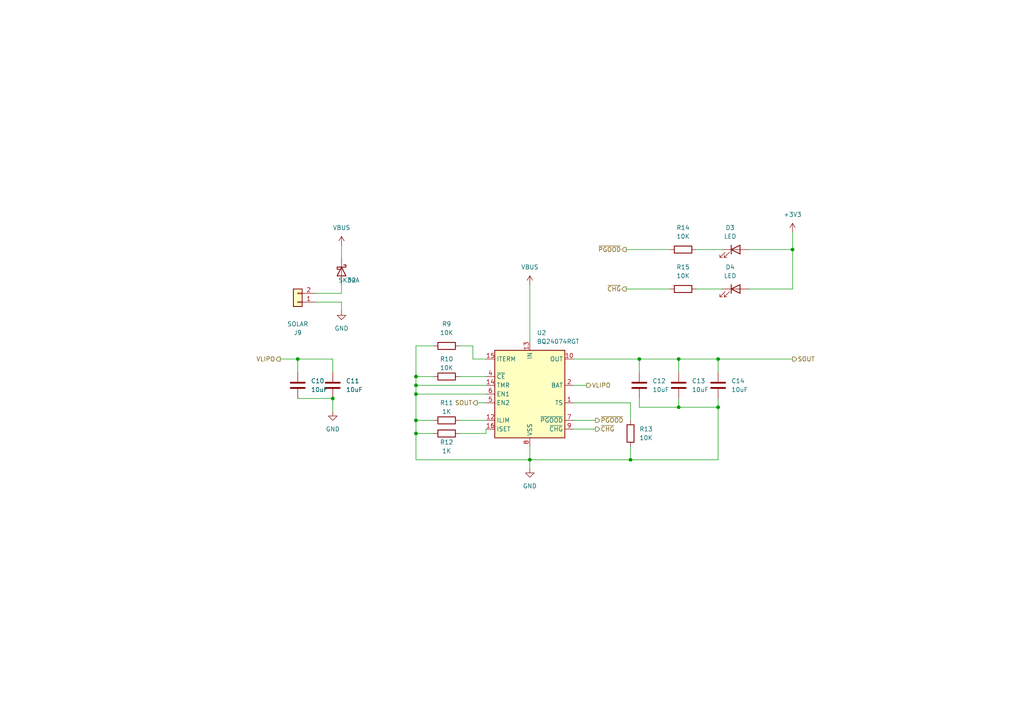
<source format=kicad_sch>
(kicad_sch (version 20211123) (generator eeschema)
  (paper "A4")
  (lib_symbols
    (symbol "Battery_Management:BQ24074RGT"
      (property "Reference" "U2" (at 2.0194 17.78 0))
      (property "Value" "BQ24074RGT" (at 2.0194 15.24 0))
      (symbol "BQ24074RGT_0_1"
        (rectangle (start -10.16 12.7) (end 10.16 -12.7) (stroke (width 0.254)) (fill (type background)))
      )
      (symbol "BQ24074RGT_1_1"
        (pin passive line (at 12.7 -2.54 180) (length 2.54) (name "TS") (number "1"))
        (pin power_out line (at 12.7 10.16 180) (length 2.54) (name "OUT") (number "10"))
        (pin passive line (at 12.7 10.16 180) (length 2.54) hide (name "OUT") (number "11"))
        (pin passive line (at -12.7 -7.62 0) (length 2.54) (name "ILIM") (number "12"))
        (pin unspecified line (at 0 15.24 270) (length 2.54) (name "IN") (number "13"))
        (pin input line (at -12.7 2.54 0) (length 2.54) (name "TMR") (number "14"))
        (pin input line (at -12.7 10.16 0) (length 2.54) (name "ITERM") (number "15"))
        (pin passive line (at -12.7 -10.16 0) (length 2.54) (name "ISET") (number "16"))
        (pin passive line (at 0 -15.24 90) (length 2.54) hide (name "VSS") (number "17"))
        (pin power_out line (at 12.7 2.54 180) (length 2.54) (name "BAT") (number "2"))
        (pin passive line (at 12.7 2.54 180) (length 2.54) hide (name "BAT") (number "3"))
        (pin input line (at -12.7 5.08 0) (length 2.54) (name "~{CE}") (number "4"))
        (pin input line (at -12.7 -2.54 0) (length 2.54) (name "EN2") (number "5"))
        (pin input line (at -12.7 0 0) (length 2.54) (name "EN1") (number "6"))
        (pin open_collector line (at 12.7 -7.62 180) (length 2.54) (name "~{PGOOD}") (number "7"))
        (pin unspecified line (at 0 -15.24 90) (length 2.54) (name "VSS") (number "8"))
        (pin open_collector line (at 12.7 -10.16 180) (length 2.54) (name "~{CHG}") (number "9"))
      )
    )
    (symbol "Connector_Generic:Conn_01x02" (pin_names (offset 1.016) hide)
      (property "Reference" "J9" (at 0 8.89 0))
      (property "Value" "SOLAR" (at 0 6.35 0))
      (symbol "Conn_01x02_1_1"
        (rectangle (start -1.27 -2.413) (end 0 -2.667) (stroke (width 0.1524)))
        (rectangle (start -1.27 0.127) (end 0 -0.127) (stroke (width 0.1524)))
        (rectangle (start -1.27 1.27) (end 1.27 -3.81) (stroke (width 0.254)) (fill (type background)))
        (pin power_out line (at -5.08 0 0) (length 3.81) (name "Pin_1") (number "1"))
        (pin passive line (at -5.08 -2.54 0) (length 3.81) (name "Pin_2") (number "2"))
      )
    )
    (symbol "Device:C" (pin_numbers hide) (pin_names (offset 0.254))
      (property "Reference" "C" (at 0.635 2.54 0))
      (property "Value" "C" (at 0.635 -2.54 0))
      (symbol "C_0_1"
        (polyline (pts (xy -2.032 -0.762) (xy 2.032 -0.762)) (stroke (width 0.508)))
        (polyline (pts (xy -2.032 0.762) (xy 2.032 0.762)) (stroke (width 0.508)))
      )
      (symbol "C_1_1"
        (pin passive line (at 0 3.81 270) (length 2.794) (name "~") (number "1"))
        (pin passive line (at 0 -3.81 90) (length 2.794) (name "~") (number "2"))
      )
    )
    (symbol "Device:LED" (pin_numbers hide) (pin_names (offset 1.016) hide)
      (property "Reference" "D" (at 0 2.54 0))
      (property "Value" "LED" (at 0 -2.54 0))
      (symbol "LED_0_1"
        (polyline (pts (xy -1.27 -1.27) (xy -1.27 1.27)) (stroke (width 0.254)))
        (polyline (pts (xy -1.27 0) (xy 1.27 0)))
        (polyline (pts (xy 1.27 -1.27) (xy 1.27 1.27) (xy -1.27 0) (xy 1.27 -1.27)) (stroke (width 0.254)))
        (polyline (pts (xy -3.048 -0.762) (xy -4.572 -2.286) (xy -3.81 -2.286) (xy -4.572 -2.286) (xy -4.572 -1.524)))
        (polyline (pts (xy -1.778 -0.762) (xy -3.302 -2.286) (xy -2.54 -2.286) (xy -3.302 -2.286) (xy -3.302 -1.524)))
      )
      (symbol "LED_1_1"
        (pin passive line (at -3.81 0 0) (length 2.54) (name "K") (number "1"))
        (pin passive line (at 3.81 0 180) (length 2.54) (name "A") (number "2"))
      )
    )
    (symbol "Device:R" (pin_numbers hide) (pin_names (offset 0))
      (property "Reference" "R" (at 2.032 0 90))
      (property "Value" "R" (at 0 0 90))
      (symbol "R_0_1"
        (rectangle (start -1.016 -2.54) (end 1.016 2.54) (stroke (width 0.254)))
      )
      (symbol "R_1_1"
        (pin passive line (at 0 3.81 270) (length 1.27) (name "~") (number "1"))
        (pin passive line (at 0 -3.81 90) (length 1.27) (name "~") (number "2"))
      )
    )
    (symbol "Diode:B120-E3" (pin_numbers hide) (pin_names hide)
      (property "Reference" "D2" (at 2.54 1.5876 90))
      (property "Value" "SK34A" (at 2.54 -0.9524 90))
      (symbol "B120-E3_0_1"
        (polyline (pts (xy 1.27 0) (xy -1.27 0)))
        (polyline (pts (xy 1.27 1.27) (xy 1.27 -1.27) (xy -1.27 0) (xy 1.27 1.27)) (stroke (width 0.254)))
        (polyline (pts (xy -1.905 0.635) (xy -1.905 1.27) (xy -1.27 1.27) (xy -1.27 -1.27) (xy -0.635 -1.27) (xy -0.635 -0.635)) (stroke (width 0.254)))
      )
      (symbol "B120-E3_1_1"
        (pin power_out line (at -3.81 0 0) (length 2.54) (name "K") (number "1"))
        (pin passive line (at 3.81 0 180) (length 2.54) (name "A") (number "2"))
      )
    )
    (symbol "power:+3.3V" (power) (pin_names (offset 0))
      (property "Value" "+3.3V" (at 0 3.556 0))
      (symbol "+3.3V_0_1"
        (polyline (pts (xy -0.762 1.27) (xy 0 2.54)))
        (polyline (pts (xy 0 0) (xy 0 2.54)))
        (polyline (pts (xy 0 2.54) (xy 0.762 1.27)))
      )
      (symbol "+3.3V_1_1"
        (pin power_in line (at 0 0 90) (length 0) hide (name "+3V3") (number "1"))
      )
    )
    (symbol "power:GND" (power) (pin_names (offset 0))
      (property "Value" "GND" (at 0 -3.81 0))
      (symbol "GND_0_1"
        (polyline (pts (xy 0 0) (xy 0 -1.27) (xy 1.27 -1.27) (xy 0 -2.54) (xy -1.27 -1.27) (xy 0 -1.27)))
      )
      (symbol "GND_1_1"
        (pin power_in line (at 0 0 270) (length 0) hide (name "GND") (number "1"))
      )
    )
    (symbol "power:VBUS" (power) (pin_names (offset 0))
      (property "Value" "VBUS" (at 0 3.81 0))
      (symbol "VBUS_0_1"
        (polyline (pts (xy -0.762 1.27) (xy 0 2.54)))
        (polyline (pts (xy 0 0) (xy 0 2.54)))
        (polyline (pts (xy 0 2.54) (xy 0.762 1.27)))
      )
      (symbol "VBUS_1_1"
        (pin power_in line (at 0 0 90) (length 0) hide (name "VBUS") (number "1"))
      )
    )
  )
  (junction (at 182.88 133.35))
  (junction (at 86.36 104.14))
  (junction (at 120.65 121.92))
  (junction (at 208.28 118.11))
  (junction (at 229.87 72.39))
  (junction (at 120.65 114.3))
  (junction (at 208.28 104.14))
  (junction (at 153.67 133.35))
  (junction (at 196.85 118.11))
  (junction (at 120.65 125.73))
  (junction (at 120.65 111.76))
  (junction (at 120.65 109.22))
  (junction (at 185.42 104.14))
  (junction (at 96.52 115.57))
  (junction (at 196.85 104.14))
  (wire (pts (xy 137.16 100.33) (xy 133.35 100.33)))
  (wire (pts (xy 96.52 107.95) (xy 96.52 104.14)))
  (wire (pts (xy 133.35 121.92) (xy 140.97 121.92)))
  (wire (pts (xy 99.06 82.55) (xy 99.06 85.09)))
  (wire (pts (xy 208.28 104.14) (xy 229.87 104.14)))
  (wire (pts (xy 137.16 104.14) (xy 137.16 100.33)))
  (wire (pts (xy 96.52 115.57) (xy 96.52 119.38)))
  (wire (pts (xy 99.06 87.63) (xy 91.44 87.63)))
  (wire (pts (xy 138.43 116.84) (xy 140.97 116.84)))
  (wire (pts (xy 120.65 121.92) (xy 120.65 125.73)))
  (wire (pts (xy 217.17 83.82) (xy 229.87 83.82)))
  (wire (pts (xy 208.28 104.14) (xy 208.28 107.95)))
  (wire (pts (xy 166.37 124.46) (xy 172.72 124.46)))
  (wire (pts (xy 120.65 111.76) (xy 120.65 114.3)))
  (wire (pts (xy 229.87 83.82) (xy 229.87 72.39)))
  (wire (pts (xy 182.88 116.84) (xy 182.88 121.92)))
  (wire (pts (xy 120.65 133.35) (xy 153.67 133.35)))
  (wire (pts (xy 208.28 115.57) (xy 208.28 118.11)))
  (wire (pts (xy 185.42 104.14) (xy 185.42 107.95)))
  (wire (pts (xy 217.17 72.39) (xy 229.87 72.39)))
  (wire (pts (xy 125.73 121.92) (xy 120.65 121.92)))
  (wire (pts (xy 182.88 129.54) (xy 182.88 133.35)))
  (wire (pts (xy 133.35 109.22) (xy 140.97 109.22)))
  (wire (pts (xy 120.65 125.73) (xy 120.65 133.35)))
  (wire (pts (xy 125.73 109.22) (xy 120.65 109.22)))
  (wire (pts (xy 181.61 72.39) (xy 194.31 72.39)))
  (wire (pts (xy 86.36 104.14) (xy 96.52 104.14)))
  (wire (pts (xy 196.85 104.14) (xy 208.28 104.14)))
  (wire (pts (xy 125.73 100.33) (xy 120.65 100.33)))
  (wire (pts (xy 229.87 67.31) (xy 229.87 72.39)))
  (wire (pts (xy 81.28 104.14) (xy 86.36 104.14)))
  (wire (pts (xy 181.61 83.82) (xy 194.31 83.82)))
  (wire (pts (xy 120.65 114.3) (xy 140.97 114.3)))
  (wire (pts (xy 182.88 133.35) (xy 153.67 133.35)))
  (wire (pts (xy 196.85 118.11) (xy 208.28 118.11)))
  (wire (pts (xy 86.36 115.57) (xy 96.52 115.57)))
  (wire (pts (xy 153.67 133.35) (xy 153.67 135.89)))
  (wire (pts (xy 140.97 104.14) (xy 137.16 104.14)))
  (wire (pts (xy 99.06 71.12) (xy 99.06 74.93)))
  (wire (pts (xy 196.85 115.57) (xy 196.85 118.11)))
  (wire (pts (xy 153.67 129.54) (xy 153.67 133.35)))
  (wire (pts (xy 208.28 133.35) (xy 182.88 133.35)))
  (wire (pts (xy 196.85 104.14) (xy 196.85 107.95)))
  (wire (pts (xy 140.97 111.76) (xy 120.65 111.76)))
  (wire (pts (xy 120.65 114.3) (xy 120.65 121.92)))
  (wire (pts (xy 120.65 100.33) (xy 120.65 109.22)))
  (wire (pts (xy 201.93 83.82) (xy 209.55 83.82)))
  (wire (pts (xy 166.37 111.76) (xy 170.18 111.76)))
  (wire (pts (xy 166.37 116.84) (xy 182.88 116.84)))
  (wire (pts (xy 166.37 104.14) (xy 185.42 104.14)))
  (wire (pts (xy 99.06 90.17) (xy 99.06 87.63)))
  (wire (pts (xy 185.42 104.14) (xy 196.85 104.14)))
  (wire (pts (xy 99.06 85.09) (xy 91.44 85.09)))
  (wire (pts (xy 185.42 118.11) (xy 196.85 118.11)))
  (wire (pts (xy 86.36 104.14) (xy 86.36 107.95)))
  (wire (pts (xy 201.93 72.39) (xy 209.55 72.39)))
  (wire (pts (xy 185.42 115.57) (xy 185.42 118.11)))
  (wire (pts (xy 140.97 125.73) (xy 140.97 124.46)))
  (wire (pts (xy 166.37 121.92) (xy 172.72 121.92)))
  (wire (pts (xy 120.65 109.22) (xy 120.65 111.76)))
  (wire (pts (xy 153.67 82.55) (xy 153.67 99.06)))
  (wire (pts (xy 133.35 125.73) (xy 140.97 125.73)))
  (wire (pts (xy 120.65 125.73) (xy 125.73 125.73)))
  (wire (pts (xy 208.28 118.11) (xy 208.28 133.35)))
  (hierarchical_label "SOUT" (shape output) (at 229.87 104.14 0))
  (hierarchical_label "~{CHG}" (shape output) (at 172.72 124.46 0))
  (hierarchical_label "VLIPO" (shape output) (at 81.28 104.14 180))
  (hierarchical_label "VLIPO" (shape output) (at 170.18 111.76 0))
  (hierarchical_label "~{PGOOD}" (shape output) (at 172.72 121.92 0))
  (hierarchical_label "~{PGOOD}" (shape output) (at 181.61 72.39 180))
  (hierarchical_label "~{CHG}" (shape output) (at 181.61 83.82 180))
  (hierarchical_label "SOUT" (shape output) (at 138.43 116.84 180))
  (symbol (lib_id "Device:R") (at 198.12 72.39 90) (unit 1)
    (property "Reference" "R14" (at 198.12 66.04 90))
    (property "Value" "10K" (at 198.12 68.58 90))
    (property "Footprint" "Resistor_SMD:R_0603_1608Metric" (effects hide))
  )
  (symbol (lib_id "power:VBUS") (at 153.67 82.55 0) (unit 1)
    (property "Reference" "#PWR0124" (effects hide))
    (property "Value" "VBUS" (at 153.67 77.47 0))
  )
  (symbol (lib_id "Device:R") (at 129.54 121.92 90) (unit 1)
    (property "Reference" "R11" (at 129.54 116.84 90))
    (property "Value" "1K" (at 129.54 119.38 90))
    (property "Footprint" "Resistor_SMD:R_0603_1608Metric" (effects hide))
  )
  (symbol (lib_id "Device:LED") (at 213.36 72.39 0) (unit 1)
    (property "Reference" "D3" (at 211.7725 66.04 0))
    (property "Value" "LED" (at 211.7725 68.58 0))
    (property "Footprint" "LED_SMD:LED_0603_1608Metric" (effects hide))
  )
  (symbol (lib_id "Connector_Generic:Conn_01x02") (at 86.36 87.63 180) (unit 1)
    (property "Reference" "J9" (at 86.36 96.52 0))
    (property "Value" "SOLAR" (at 86.36 93.98 0))
    (property "Footprint" "Connector_JST:JST_EH_B2B-EH-A_1x02_P2.50mm_Vertical" (effects hide))
  )
  (symbol (lib_id "Device:C") (at 185.42 111.76 0) (unit 1)
    (property "Reference" "C12" (at 189.23 110.4899 0) (effects (justify left)))
    (property "Value" "10uF" (at 189.23 113.0299 0) (effects (justify left)))
    (property "Footprint" "Capacitor_SMD:C_0603_1608Metric" (effects hide))
  )
  (symbol (lib_id "Device:C") (at 196.85 111.76 0) (unit 1)
    (property "Reference" "C13" (at 200.66 110.4899 0) (effects (justify left)))
    (property "Value" "10uF" (at 200.66 113.0299 0) (effects (justify left)))
    (property "Footprint" "Capacitor_SMD:C_0603_1608Metric" (effects hide))
  )
  (symbol (lib_id "power:GND") (at 99.06 90.17 0) (unit 1)
    (property "Reference" "#PWR0127" (effects hide))
    (property "Value" "GND" (at 99.06 95.25 0))
  )
  (symbol (lib_id "Device:R") (at 129.54 109.22 90) (unit 1)
    (property "Reference" "R10" (at 129.54 104.14 90))
    (property "Value" "10K" (at 129.54 106.68 90))
    (property "Footprint" "Resistor_SMD:R_0603_1608Metric" (effects hide))
  )
  (symbol (lib_id "Battery_Management:BQ24074RGT") (at 153.67 114.3 0) (unit 1)
    (property "Reference" "U2" (at 155.6894 96.52 0) (effects (justify left)))
    (property "Value" "BQ24074RGT" (at 155.6894 99.06 0) (effects (justify left)))
    (property "Footprint" "Package_DFN_QFN:VQFN-16-1EP_3x3mm_P0.5mm_EP1.6x1.6mm" (effects hide))
    (property "Datasheet" "http://www.ti.com/lit/ds/symlink/bq24074.pdf" (effects hide))
  )
  (symbol (lib_id "Device:C") (at 86.36 111.76 0) (unit 1)
    (property "Reference" "C10" (at 90.17 110.4899 0) (effects (justify left)))
    (property "Value" "10uF" (at 90.17 113.0299 0) (effects (justify left)))
    (property "Footprint" "Capacitor_SMD:C_0603_1608Metric" (effects hide))
  )
  (symbol (lib_id "power:+3.3V") (at 229.87 67.31 0) (unit 1)
    (property "Reference" "#PWR0123" (effects hide))
    (property "Value" "+3.3V" (at 229.87 62.23 0))
  )
  (symbol (lib_id "Device:R") (at 129.54 100.33 90) (unit 1)
    (property "Reference" "R9" (at 129.54 93.98 90))
    (property "Value" "10K" (at 129.54 96.52 90))
    (property "Footprint" "Resistor_SMD:R_0603_1608Metric" (effects hide))
  )
  (symbol (lib_id "Device:C") (at 208.28 111.76 0) (unit 1)
    (property "Reference" "C14" (at 212.09 110.4899 0) (effects (justify left)))
    (property "Value" "10uF" (at 212.09 113.0299 0) (effects (justify left)))
    (property "Footprint" "Capacitor_SMD:C_0603_1608Metric" (effects hide))
  )
  (symbol (lib_id "Device:R") (at 129.54 125.73 90) (unit 1)
    (property "Reference" "R12" (at 129.54 128.27 90))
    (property "Value" "1K" (at 129.54 130.81 90))
    (property "Footprint" "Resistor_SMD:R_0603_1608Metric" (effects hide))
  )
  (symbol (lib_id "Device:LED") (at 213.36 83.82 0) (unit 1)
    (property "Reference" "D4" (at 211.7725 77.47 0))
    (property "Value" "LED" (at 211.7725 80.01 0))
    (property "Footprint" "LED_SMD:LED_0603_1608Metric" (effects hide))
  )
  (symbol (lib_id "Device:C") (at 96.52 111.76 0) (unit 1)
    (property "Reference" "C11" (at 100.33 110.4899 0) (effects (justify left)))
    (property "Value" "10uF" (at 100.33 113.0299 0) (effects (justify left)))
    (property "Footprint" "Capacitor_SMD:C_0603_1608Metric" (effects hide))
  )
  (symbol (lib_id "power:VBUS") (at 99.06 71.12 0) (unit 1)
    (property "Reference" "#PWR0128" (effects hide))
    (property "Value" "VBUS" (at 99.06 66.04 0))
  )
  (symbol (lib_id "power:GND") (at 153.67 135.89 0) (unit 1)
    (property "Reference" "#PWR0125" (effects hide))
    (property "Value" "GND" (at 153.67 140.97 0))
  )
  (symbol (lib_id "Device:R") (at 198.12 83.82 270) (unit 1)
    (property "Reference" "R15" (at 198.12 77.47 90))
    (property "Value" "10K" (at 198.12 80.01 90))
    (property "Footprint" "Resistor_SMD:R_0603_1608Metric" (effects hide))
  )
  (symbol (lib_id "Diode:B120-E3") (at 99.06 78.74 270) (unit 1)
    (property "Reference" "D2" (at 100.6476 81.28 90) (effects (justify left)))
    (property "Value" "SK34A" (at 98.1076 81.28 90) (effects (justify left)))
    (property "Footprint" "Diode_SMD:D_SMA" (effects hide))
    (property "Datasheet" "http://www.vishay.com/docs/88946/b120.pdf" (effects hide))
  )
  (symbol (lib_id "power:GND") (at 96.52 119.38 0) (unit 1)
    (property "Reference" "#PWR0126" (effects hide))
    (property "Value" "GND" (at 96.52 124.46 0))
  )
  (symbol (lib_id "Device:R") (at 182.88 125.73 180) (unit 1)
    (property "Reference" "R13" (at 185.42 124.4599 0) (effects (justify right)))
    (property "Value" "10K" (at 185.42 126.9999 0) (effects (justify right)))
    (property "Footprint" "Resistor_SMD:R_0603_1608Metric" (effects hide))
  )
)
</source>
